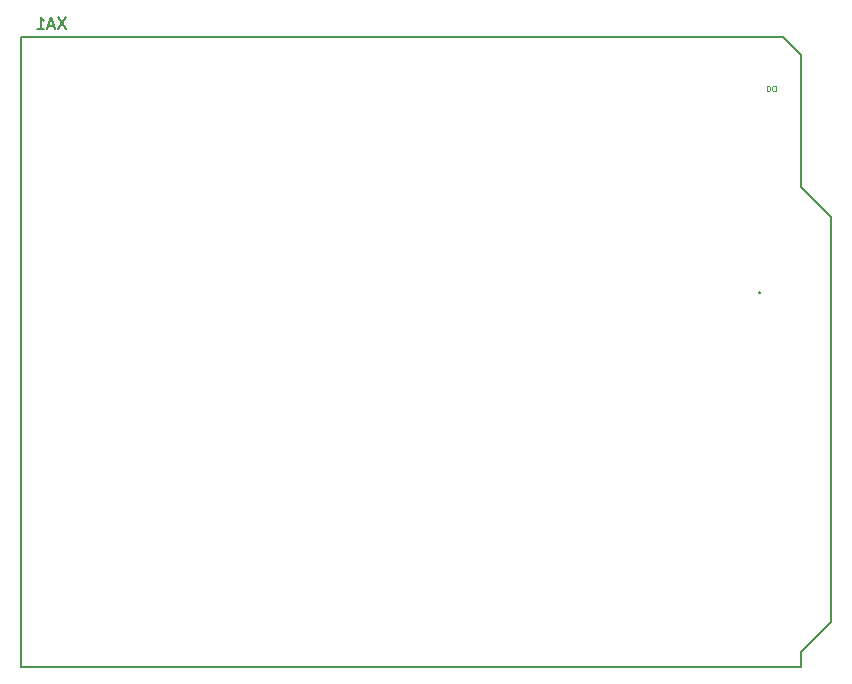
<source format=gbr>
%TF.GenerationSoftware,KiCad,Pcbnew,(7.0.0)*%
%TF.CreationDate,2023-04-19T19:47:20-05:00*%
%TF.ProjectId,pump-lights-siren,70756d70-2d6c-4696-9768-74732d736972,rev?*%
%TF.SameCoordinates,Original*%
%TF.FileFunction,Legend,Bot*%
%TF.FilePolarity,Positive*%
%FSLAX46Y46*%
G04 Gerber Fmt 4.6, Leading zero omitted, Abs format (unit mm)*
G04 Created by KiCad (PCBNEW (7.0.0)) date 2023-04-19 19:47:20*
%MOMM*%
%LPD*%
G01*
G04 APERTURE LIST*
%ADD10C,0.150000*%
%ADD11C,0.075000*%
G04 APERTURE END LIST*
D10*
%TO.C,XA1*%
X111303094Y-79170117D02*
X110636428Y-80170117D01*
X110636428Y-79170117D02*
X111303094Y-80170117D01*
X110303094Y-79884403D02*
X109826904Y-79884403D01*
X110398332Y-80170117D02*
X110064999Y-79170117D01*
X110064999Y-79170117D02*
X109731666Y-80170117D01*
X108874523Y-80170117D02*
X109445951Y-80170117D01*
X109160237Y-80170117D02*
X109160237Y-79170117D01*
X109160237Y-79170117D02*
X109255475Y-79312975D01*
X109255475Y-79312975D02*
X109350713Y-79408213D01*
X109350713Y-79408213D02*
X109445951Y-79455832D01*
X170009000Y-102426879D02*
X170056619Y-102474498D01*
X170056619Y-102474498D02*
X170009000Y-102522117D01*
X170009000Y-102522117D02*
X169961381Y-102474498D01*
X169961381Y-102474498D02*
X170009000Y-102426879D01*
X170009000Y-102426879D02*
X170009000Y-102522117D01*
D11*
X171394047Y-85447427D02*
X171394047Y-84947427D01*
X171394047Y-84947427D02*
X171274999Y-84947427D01*
X171274999Y-84947427D02*
X171203571Y-84971237D01*
X171203571Y-84971237D02*
X171155952Y-85018856D01*
X171155952Y-85018856D02*
X171132142Y-85066475D01*
X171132142Y-85066475D02*
X171108333Y-85161713D01*
X171108333Y-85161713D02*
X171108333Y-85233141D01*
X171108333Y-85233141D02*
X171132142Y-85328379D01*
X171132142Y-85328379D02*
X171155952Y-85375998D01*
X171155952Y-85375998D02*
X171203571Y-85423617D01*
X171203571Y-85423617D02*
X171274999Y-85447427D01*
X171274999Y-85447427D02*
X171394047Y-85447427D01*
X170798809Y-84947427D02*
X170751190Y-84947427D01*
X170751190Y-84947427D02*
X170703571Y-84971237D01*
X170703571Y-84971237D02*
X170679761Y-84995046D01*
X170679761Y-84995046D02*
X170655952Y-85042665D01*
X170655952Y-85042665D02*
X170632142Y-85137903D01*
X170632142Y-85137903D02*
X170632142Y-85256951D01*
X170632142Y-85256951D02*
X170655952Y-85352189D01*
X170655952Y-85352189D02*
X170679761Y-85399808D01*
X170679761Y-85399808D02*
X170703571Y-85423617D01*
X170703571Y-85423617D02*
X170751190Y-85447427D01*
X170751190Y-85447427D02*
X170798809Y-85447427D01*
X170798809Y-85447427D02*
X170846428Y-85423617D01*
X170846428Y-85423617D02*
X170870237Y-85399808D01*
X170870237Y-85399808D02*
X170894047Y-85352189D01*
X170894047Y-85352189D02*
X170917856Y-85256951D01*
X170917856Y-85256951D02*
X170917856Y-85137903D01*
X170917856Y-85137903D02*
X170894047Y-85042665D01*
X170894047Y-85042665D02*
X170870237Y-84995046D01*
X170870237Y-84995046D02*
X170846428Y-84971237D01*
X170846428Y-84971237D02*
X170798809Y-84947427D01*
D10*
X107525000Y-80818737D02*
X107525000Y-134158737D01*
X107525000Y-80818737D02*
X172041000Y-80818737D01*
X107525000Y-134158737D02*
X173565000Y-134158737D01*
X172041000Y-80818737D02*
X173565000Y-82342737D01*
X173565000Y-93518737D02*
X173565000Y-82342737D01*
X173565000Y-132888737D02*
X176105000Y-130348737D01*
X173565000Y-134158737D02*
X173565000Y-132888737D01*
X176105000Y-96058737D02*
X173565000Y-93518737D01*
X176105000Y-130348737D02*
X176105000Y-96058737D01*
%TD*%
M02*

</source>
